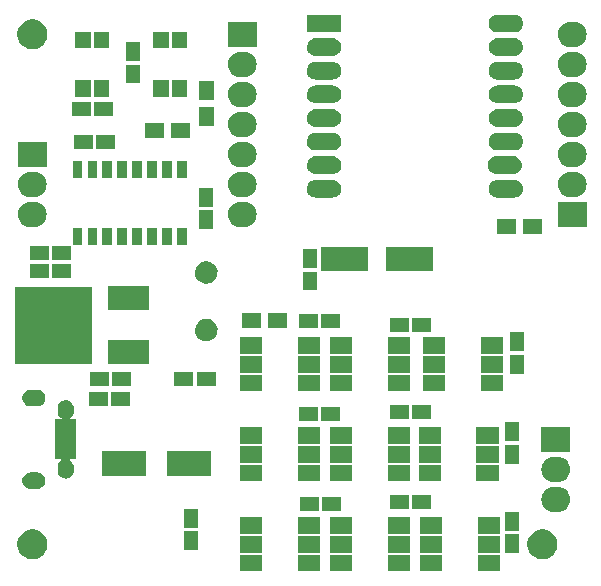
<source format=gbr>
G04 #@! TF.FileFunction,Soldermask,Top*
%FSLAX46Y46*%
G04 Gerber Fmt 4.6, Leading zero omitted, Abs format (unit mm)*
G04 Created by KiCad (PCBNEW 4.0.2-4+6225~38~ubuntu15.10.1-stable) date Mit 23 Mär 2016 00:56:00 CET*
%MOMM*%
G01*
G04 APERTURE LIST*
%ADD10C,0.100000*%
G04 APERTURE END LIST*
D10*
G36*
X240435000Y-103900000D02*
X238535000Y-103900000D01*
X238535000Y-102500000D01*
X240435000Y-102500000D01*
X240435000Y-103900000D01*
X240435000Y-103900000D01*
G37*
G36*
X255675000Y-103900000D02*
X253775000Y-103900000D01*
X253775000Y-102500000D01*
X255675000Y-102500000D01*
X255675000Y-103900000D01*
X255675000Y-103900000D01*
G37*
G36*
X260575000Y-103900000D02*
X258675000Y-103900000D01*
X258675000Y-102500000D01*
X260575000Y-102500000D01*
X260575000Y-103900000D01*
X260575000Y-103900000D01*
G37*
G36*
X252955000Y-103900000D02*
X251055000Y-103900000D01*
X251055000Y-102500000D01*
X252955000Y-102500000D01*
X252955000Y-103900000D01*
X252955000Y-103900000D01*
G37*
G36*
X245335000Y-103900000D02*
X243435000Y-103900000D01*
X243435000Y-102500000D01*
X245335000Y-102500000D01*
X245335000Y-103900000D01*
X245335000Y-103900000D01*
G37*
G36*
X248055000Y-103900000D02*
X246155000Y-103900000D01*
X246155000Y-102500000D01*
X248055000Y-102500000D01*
X248055000Y-103900000D01*
X248055000Y-103900000D01*
G37*
G36*
X221113394Y-100330845D02*
X221357366Y-100380924D01*
X221586966Y-100477439D01*
X221793448Y-100616713D01*
X221968943Y-100793438D01*
X222106770Y-101000883D01*
X222201681Y-101231155D01*
X222249995Y-101475159D01*
X222249995Y-101475171D01*
X222250054Y-101475470D01*
X222246082Y-101759943D01*
X222246014Y-101760242D01*
X222246014Y-101760252D01*
X222190906Y-102002814D01*
X222089604Y-102230342D01*
X221946038Y-102433859D01*
X221765675Y-102605617D01*
X221555387Y-102739070D01*
X221323182Y-102829137D01*
X221077901Y-102872386D01*
X220828900Y-102867170D01*
X220585649Y-102813688D01*
X220357419Y-102713976D01*
X220152907Y-102571837D01*
X219979890Y-102392673D01*
X219844975Y-102183327D01*
X219753289Y-101951753D01*
X219708329Y-101706786D01*
X219711806Y-101457750D01*
X219763589Y-101214132D01*
X219861705Y-100985209D01*
X220002415Y-100779708D01*
X220180361Y-100605450D01*
X220388767Y-100469073D01*
X220619688Y-100375776D01*
X220864341Y-100329105D01*
X221113394Y-100330845D01*
X221113394Y-100330845D01*
G37*
G36*
X264293394Y-100330845D02*
X264537366Y-100380924D01*
X264766966Y-100477439D01*
X264973448Y-100616713D01*
X265148943Y-100793438D01*
X265286770Y-101000883D01*
X265381681Y-101231155D01*
X265429995Y-101475159D01*
X265429995Y-101475171D01*
X265430054Y-101475470D01*
X265426082Y-101759943D01*
X265426014Y-101760242D01*
X265426014Y-101760252D01*
X265370906Y-102002814D01*
X265269604Y-102230342D01*
X265126038Y-102433859D01*
X264945675Y-102605617D01*
X264735387Y-102739070D01*
X264503182Y-102829137D01*
X264257901Y-102872386D01*
X264008900Y-102867170D01*
X263765649Y-102813688D01*
X263537419Y-102713976D01*
X263332907Y-102571837D01*
X263159890Y-102392673D01*
X263024975Y-102183327D01*
X262933289Y-101951753D01*
X262888329Y-101706786D01*
X262891806Y-101457750D01*
X262943589Y-101214132D01*
X263041705Y-100985209D01*
X263182415Y-100779708D01*
X263360361Y-100605450D01*
X263568767Y-100469073D01*
X263799688Y-100375776D01*
X264044341Y-100329105D01*
X264293394Y-100330845D01*
X264293394Y-100330845D01*
G37*
G36*
X262195000Y-102334000D02*
X261045000Y-102334000D01*
X261045000Y-100734000D01*
X262195000Y-100734000D01*
X262195000Y-102334000D01*
X262195000Y-102334000D01*
G37*
G36*
X245335000Y-102300000D02*
X243435000Y-102300000D01*
X243435000Y-100900000D01*
X245335000Y-100900000D01*
X245335000Y-102300000D01*
X245335000Y-102300000D01*
G37*
G36*
X248055000Y-102300000D02*
X246155000Y-102300000D01*
X246155000Y-100900000D01*
X248055000Y-100900000D01*
X248055000Y-102300000D01*
X248055000Y-102300000D01*
G37*
G36*
X240435000Y-102300000D02*
X238535000Y-102300000D01*
X238535000Y-100900000D01*
X240435000Y-100900000D01*
X240435000Y-102300000D01*
X240435000Y-102300000D01*
G37*
G36*
X252955000Y-102300000D02*
X251055000Y-102300000D01*
X251055000Y-100900000D01*
X252955000Y-100900000D01*
X252955000Y-102300000D01*
X252955000Y-102300000D01*
G37*
G36*
X255675000Y-102300000D02*
X253775000Y-102300000D01*
X253775000Y-100900000D01*
X255675000Y-100900000D01*
X255675000Y-102300000D01*
X255675000Y-102300000D01*
G37*
G36*
X260575000Y-102300000D02*
X258675000Y-102300000D01*
X258675000Y-100900000D01*
X260575000Y-100900000D01*
X260575000Y-102300000D01*
X260575000Y-102300000D01*
G37*
G36*
X235017000Y-102080000D02*
X233867000Y-102080000D01*
X233867000Y-100480000D01*
X235017000Y-100480000D01*
X235017000Y-102080000D01*
X235017000Y-102080000D01*
G37*
G36*
X255675000Y-100700000D02*
X253775000Y-100700000D01*
X253775000Y-99300000D01*
X255675000Y-99300000D01*
X255675000Y-100700000D01*
X255675000Y-100700000D01*
G37*
G36*
X240435000Y-100700000D02*
X238535000Y-100700000D01*
X238535000Y-99300000D01*
X240435000Y-99300000D01*
X240435000Y-100700000D01*
X240435000Y-100700000D01*
G37*
G36*
X245335000Y-100700000D02*
X243435000Y-100700000D01*
X243435000Y-99300000D01*
X245335000Y-99300000D01*
X245335000Y-100700000D01*
X245335000Y-100700000D01*
G37*
G36*
X248055000Y-100700000D02*
X246155000Y-100700000D01*
X246155000Y-99300000D01*
X248055000Y-99300000D01*
X248055000Y-100700000D01*
X248055000Y-100700000D01*
G37*
G36*
X260575000Y-100700000D02*
X258675000Y-100700000D01*
X258675000Y-99300000D01*
X260575000Y-99300000D01*
X260575000Y-100700000D01*
X260575000Y-100700000D01*
G37*
G36*
X252955000Y-100700000D02*
X251055000Y-100700000D01*
X251055000Y-99300000D01*
X252955000Y-99300000D01*
X252955000Y-100700000D01*
X252955000Y-100700000D01*
G37*
G36*
X262195000Y-100434000D02*
X261045000Y-100434000D01*
X261045000Y-98834000D01*
X262195000Y-98834000D01*
X262195000Y-100434000D01*
X262195000Y-100434000D01*
G37*
G36*
X235017000Y-100180000D02*
X233867000Y-100180000D01*
X233867000Y-98580000D01*
X235017000Y-98580000D01*
X235017000Y-100180000D01*
X235017000Y-100180000D01*
G37*
G36*
X265474331Y-96726491D02*
X265474335Y-96726491D01*
X265476134Y-96726504D01*
X265682419Y-96749642D01*
X265880281Y-96812408D01*
X266062183Y-96912409D01*
X266221197Y-97045838D01*
X266351267Y-97207612D01*
X266447437Y-97391568D01*
X266506045Y-97590701D01*
X266506048Y-97590737D01*
X266506050Y-97590743D01*
X266524860Y-97797427D01*
X266503167Y-98003822D01*
X266503163Y-98003834D01*
X266503160Y-98003866D01*
X266441778Y-98202162D01*
X266343048Y-98384758D01*
X266210733Y-98544699D01*
X266049871Y-98675895D01*
X265866590Y-98773347D01*
X265667872Y-98833344D01*
X265461284Y-98853600D01*
X265144668Y-98853600D01*
X265131669Y-98853509D01*
X265131665Y-98853509D01*
X265129866Y-98853496D01*
X264923581Y-98830358D01*
X264725719Y-98767592D01*
X264543817Y-98667591D01*
X264384803Y-98534162D01*
X264254733Y-98372388D01*
X264158563Y-98188432D01*
X264099955Y-97989299D01*
X264099952Y-97989263D01*
X264099950Y-97989257D01*
X264081140Y-97782573D01*
X264102833Y-97576178D01*
X264102837Y-97576166D01*
X264102840Y-97576134D01*
X264164222Y-97377838D01*
X264262952Y-97195242D01*
X264395267Y-97035301D01*
X264556129Y-96904105D01*
X264739410Y-96806653D01*
X264938128Y-96746656D01*
X265144716Y-96726400D01*
X265461332Y-96726400D01*
X265474331Y-96726491D01*
X265474331Y-96726491D01*
G37*
G36*
X247114000Y-98746000D02*
X245514000Y-98746000D01*
X245514000Y-97596000D01*
X247114000Y-97596000D01*
X247114000Y-98746000D01*
X247114000Y-98746000D01*
G37*
G36*
X245214000Y-98746000D02*
X243614000Y-98746000D01*
X243614000Y-97596000D01*
X245214000Y-97596000D01*
X245214000Y-98746000D01*
X245214000Y-98746000D01*
G37*
G36*
X254734000Y-98619000D02*
X253134000Y-98619000D01*
X253134000Y-97469000D01*
X254734000Y-97469000D01*
X254734000Y-98619000D01*
X254734000Y-98619000D01*
G37*
G36*
X252834000Y-98619000D02*
X251234000Y-98619000D01*
X251234000Y-97469000D01*
X252834000Y-97469000D01*
X252834000Y-98619000D01*
X252834000Y-98619000D01*
G37*
G36*
X221395152Y-95509120D02*
X221402032Y-95509168D01*
X221537796Y-95524397D01*
X221668017Y-95565705D01*
X221787735Y-95631521D01*
X221892389Y-95719336D01*
X221977993Y-95825806D01*
X222041287Y-95946875D01*
X222079859Y-96077933D01*
X222079861Y-96077958D01*
X222079865Y-96077971D01*
X222092243Y-96213988D01*
X222077968Y-96349810D01*
X222077965Y-96349821D01*
X222077961Y-96349855D01*
X222037562Y-96480361D01*
X221972584Y-96600535D01*
X221885502Y-96705800D01*
X221779632Y-96792145D01*
X221659007Y-96856282D01*
X221528222Y-96895769D01*
X221392258Y-96909100D01*
X220832777Y-96909100D01*
X220829928Y-96909080D01*
X220823048Y-96909032D01*
X220687284Y-96893803D01*
X220557063Y-96852495D01*
X220437345Y-96786679D01*
X220332691Y-96698864D01*
X220247087Y-96592394D01*
X220183793Y-96471325D01*
X220145221Y-96340267D01*
X220145219Y-96340242D01*
X220145215Y-96340229D01*
X220132837Y-96204212D01*
X220147112Y-96068390D01*
X220147115Y-96068379D01*
X220147119Y-96068345D01*
X220187518Y-95937839D01*
X220252496Y-95817665D01*
X220339578Y-95712400D01*
X220445448Y-95626055D01*
X220566073Y-95561918D01*
X220696858Y-95522431D01*
X220832822Y-95509100D01*
X221392303Y-95509100D01*
X221395152Y-95509120D01*
X221395152Y-95509120D01*
G37*
G36*
X265474331Y-94186491D02*
X265474335Y-94186491D01*
X265476134Y-94186504D01*
X265682419Y-94209642D01*
X265880281Y-94272408D01*
X266062183Y-94372409D01*
X266221197Y-94505838D01*
X266351267Y-94667612D01*
X266447437Y-94851568D01*
X266506045Y-95050701D01*
X266506048Y-95050737D01*
X266506050Y-95050743D01*
X266524860Y-95257427D01*
X266503167Y-95463822D01*
X266503163Y-95463834D01*
X266503160Y-95463866D01*
X266441778Y-95662162D01*
X266343048Y-95844758D01*
X266210733Y-96004699D01*
X266049871Y-96135895D01*
X265866590Y-96233347D01*
X265667872Y-96293344D01*
X265461284Y-96313600D01*
X265144668Y-96313600D01*
X265131669Y-96313509D01*
X265131665Y-96313509D01*
X265129866Y-96313496D01*
X264923581Y-96290358D01*
X264725719Y-96227592D01*
X264543817Y-96127591D01*
X264384803Y-95994162D01*
X264254733Y-95832388D01*
X264158563Y-95648432D01*
X264099955Y-95449299D01*
X264099952Y-95449263D01*
X264099950Y-95449257D01*
X264081140Y-95242573D01*
X264102833Y-95036178D01*
X264102837Y-95036166D01*
X264102840Y-95036134D01*
X264164222Y-94837838D01*
X264262952Y-94655242D01*
X264395267Y-94495301D01*
X264556129Y-94364105D01*
X264739410Y-94266653D01*
X264938128Y-94206656D01*
X265144716Y-94186400D01*
X265461332Y-94186400D01*
X265474331Y-94186491D01*
X265474331Y-94186491D01*
G37*
G36*
X252955000Y-96280000D02*
X251055000Y-96280000D01*
X251055000Y-94880000D01*
X252955000Y-94880000D01*
X252955000Y-96280000D01*
X252955000Y-96280000D01*
G37*
G36*
X240435000Y-96280000D02*
X238535000Y-96280000D01*
X238535000Y-94880000D01*
X240435000Y-94880000D01*
X240435000Y-96280000D01*
X240435000Y-96280000D01*
G37*
G36*
X248055000Y-96280000D02*
X246155000Y-96280000D01*
X246155000Y-94880000D01*
X248055000Y-94880000D01*
X248055000Y-96280000D01*
X248055000Y-96280000D01*
G37*
G36*
X260485000Y-96280000D02*
X258585000Y-96280000D01*
X258585000Y-94880000D01*
X260485000Y-94880000D01*
X260485000Y-96280000D01*
X260485000Y-96280000D01*
G37*
G36*
X255585000Y-96280000D02*
X253685000Y-96280000D01*
X253685000Y-94880000D01*
X255585000Y-94880000D01*
X255585000Y-96280000D01*
X255585000Y-96280000D01*
G37*
G36*
X245335000Y-96280000D02*
X243435000Y-96280000D01*
X243435000Y-94880000D01*
X245335000Y-94880000D01*
X245335000Y-96280000D01*
X245335000Y-96280000D01*
G37*
G36*
X223948228Y-89393890D02*
X223948232Y-89393891D01*
X223948268Y-89393895D01*
X224074113Y-89432850D01*
X224189995Y-89495508D01*
X224291500Y-89579480D01*
X224374762Y-89681569D01*
X224436609Y-89797885D01*
X224474685Y-89924000D01*
X224487540Y-90055108D01*
X224487540Y-90363092D01*
X224487474Y-90372516D01*
X224472790Y-90503432D01*
X224432956Y-90629003D01*
X224369492Y-90744445D01*
X224284813Y-90845361D01*
X224182145Y-90927908D01*
X224181939Y-90928016D01*
X224179461Y-90930008D01*
X224170913Y-90939139D01*
X224165247Y-90950290D01*
X224162912Y-90962578D01*
X224164093Y-90975031D01*
X224168696Y-90986661D01*
X224176357Y-90996548D01*
X224186469Y-91003909D01*
X224198232Y-91008162D01*
X224207314Y-91009100D01*
X224687540Y-91009100D01*
X224687540Y-94409100D01*
X224205803Y-94409100D01*
X224193420Y-94410860D01*
X224182017Y-94416000D01*
X224172497Y-94424113D01*
X224165615Y-94434558D01*
X224161915Y-94446506D01*
X224161690Y-94459011D01*
X224164958Y-94471085D01*
X224171460Y-94481770D01*
X224184568Y-94492574D01*
X224189995Y-94495508D01*
X224291500Y-94579480D01*
X224374762Y-94681569D01*
X224436609Y-94797885D01*
X224474685Y-94924000D01*
X224487540Y-95055108D01*
X224487540Y-95363092D01*
X224487474Y-95372516D01*
X224472790Y-95503432D01*
X224432956Y-95629003D01*
X224369492Y-95744445D01*
X224284813Y-95845361D01*
X224182145Y-95927908D01*
X224065399Y-95988941D01*
X223939022Y-96026136D01*
X223938997Y-96026138D01*
X223938984Y-96026142D01*
X223807832Y-96038077D01*
X223676852Y-96024310D01*
X223676848Y-96024309D01*
X223676812Y-96024305D01*
X223550967Y-95985350D01*
X223435085Y-95922692D01*
X223333580Y-95838720D01*
X223250318Y-95736631D01*
X223188471Y-95620315D01*
X223150395Y-95494200D01*
X223137540Y-95363092D01*
X223137540Y-95055060D01*
X223137593Y-95047487D01*
X223137593Y-95047483D01*
X223137606Y-95045684D01*
X223152290Y-94914768D01*
X223192124Y-94789197D01*
X223255588Y-94673755D01*
X223340267Y-94572839D01*
X223442935Y-94490292D01*
X223443141Y-94490184D01*
X223445619Y-94488192D01*
X223454167Y-94479061D01*
X223459833Y-94467910D01*
X223462168Y-94455622D01*
X223460987Y-94443169D01*
X223456384Y-94431539D01*
X223448723Y-94421652D01*
X223438611Y-94414291D01*
X223426848Y-94410038D01*
X223417766Y-94409100D01*
X222937540Y-94409100D01*
X222937540Y-91009100D01*
X223419277Y-91009100D01*
X223431660Y-91007340D01*
X223443063Y-91002200D01*
X223452583Y-90994087D01*
X223459465Y-90983642D01*
X223463165Y-90971694D01*
X223463390Y-90959189D01*
X223460122Y-90947115D01*
X223453620Y-90936430D01*
X223440512Y-90925626D01*
X223435085Y-90922692D01*
X223333580Y-90838720D01*
X223250318Y-90736631D01*
X223188471Y-90620315D01*
X223150395Y-90494200D01*
X223137540Y-90363092D01*
X223137540Y-90055108D01*
X223137606Y-90045684D01*
X223152290Y-89914768D01*
X223192124Y-89789197D01*
X223255588Y-89673755D01*
X223340267Y-89572839D01*
X223442935Y-89490292D01*
X223559681Y-89429259D01*
X223686058Y-89392064D01*
X223686083Y-89392062D01*
X223686096Y-89392058D01*
X223817248Y-89380123D01*
X223948228Y-89393890D01*
X223948228Y-89393890D01*
G37*
G36*
X236121550Y-95791630D02*
X232422090Y-95791630D01*
X232422090Y-93692370D01*
X236121550Y-93692370D01*
X236121550Y-95791630D01*
X236121550Y-95791630D01*
G37*
G36*
X230619910Y-95791630D02*
X226920450Y-95791630D01*
X226920450Y-93692370D01*
X230619910Y-93692370D01*
X230619910Y-95791630D01*
X230619910Y-95791630D01*
G37*
G36*
X262195000Y-94780000D02*
X261045000Y-94780000D01*
X261045000Y-93180000D01*
X262195000Y-93180000D01*
X262195000Y-94780000D01*
X262195000Y-94780000D01*
G37*
G36*
X252955000Y-94680000D02*
X251055000Y-94680000D01*
X251055000Y-93280000D01*
X252955000Y-93280000D01*
X252955000Y-94680000D01*
X252955000Y-94680000D01*
G37*
G36*
X248055000Y-94680000D02*
X246155000Y-94680000D01*
X246155000Y-93280000D01*
X248055000Y-93280000D01*
X248055000Y-94680000D01*
X248055000Y-94680000D01*
G37*
G36*
X260485000Y-94680000D02*
X258585000Y-94680000D01*
X258585000Y-93280000D01*
X260485000Y-93280000D01*
X260485000Y-94680000D01*
X260485000Y-94680000D01*
G37*
G36*
X255585000Y-94680000D02*
X253685000Y-94680000D01*
X253685000Y-93280000D01*
X255585000Y-93280000D01*
X255585000Y-94680000D01*
X255585000Y-94680000D01*
G37*
G36*
X245335000Y-94680000D02*
X243435000Y-94680000D01*
X243435000Y-93280000D01*
X245335000Y-93280000D01*
X245335000Y-94680000D01*
X245335000Y-94680000D01*
G37*
G36*
X240435000Y-94680000D02*
X238535000Y-94680000D01*
X238535000Y-93280000D01*
X240435000Y-93280000D01*
X240435000Y-94680000D01*
X240435000Y-94680000D01*
G37*
G36*
X266519000Y-93773600D02*
X264087000Y-93773600D01*
X264087000Y-91646400D01*
X266519000Y-91646400D01*
X266519000Y-93773600D01*
X266519000Y-93773600D01*
G37*
G36*
X255585000Y-93080000D02*
X253685000Y-93080000D01*
X253685000Y-91680000D01*
X255585000Y-91680000D01*
X255585000Y-93080000D01*
X255585000Y-93080000D01*
G37*
G36*
X245335000Y-93080000D02*
X243435000Y-93080000D01*
X243435000Y-91680000D01*
X245335000Y-91680000D01*
X245335000Y-93080000D01*
X245335000Y-93080000D01*
G37*
G36*
X252955000Y-93080000D02*
X251055000Y-93080000D01*
X251055000Y-91680000D01*
X252955000Y-91680000D01*
X252955000Y-93080000D01*
X252955000Y-93080000D01*
G37*
G36*
X260485000Y-93080000D02*
X258585000Y-93080000D01*
X258585000Y-91680000D01*
X260485000Y-91680000D01*
X260485000Y-93080000D01*
X260485000Y-93080000D01*
G37*
G36*
X248055000Y-93080000D02*
X246155000Y-93080000D01*
X246155000Y-91680000D01*
X248055000Y-91680000D01*
X248055000Y-93080000D01*
X248055000Y-93080000D01*
G37*
G36*
X240435000Y-93080000D02*
X238535000Y-93080000D01*
X238535000Y-91680000D01*
X240435000Y-91680000D01*
X240435000Y-93080000D01*
X240435000Y-93080000D01*
G37*
G36*
X262195000Y-92880000D02*
X261045000Y-92880000D01*
X261045000Y-91280000D01*
X262195000Y-91280000D01*
X262195000Y-92880000D01*
X262195000Y-92880000D01*
G37*
G36*
X247053000Y-91126000D02*
X245453000Y-91126000D01*
X245453000Y-89976000D01*
X247053000Y-89976000D01*
X247053000Y-91126000D01*
X247053000Y-91126000D01*
G37*
G36*
X245153000Y-91126000D02*
X243553000Y-91126000D01*
X243553000Y-89976000D01*
X245153000Y-89976000D01*
X245153000Y-91126000D01*
X245153000Y-91126000D01*
G37*
G36*
X254734000Y-90999000D02*
X253134000Y-90999000D01*
X253134000Y-89849000D01*
X254734000Y-89849000D01*
X254734000Y-90999000D01*
X254734000Y-90999000D01*
G37*
G36*
X252834000Y-90999000D02*
X251234000Y-90999000D01*
X251234000Y-89849000D01*
X252834000Y-89849000D01*
X252834000Y-90999000D01*
X252834000Y-90999000D01*
G37*
G36*
X221395152Y-88509120D02*
X221402032Y-88509168D01*
X221537796Y-88524397D01*
X221668017Y-88565705D01*
X221787735Y-88631521D01*
X221892389Y-88719336D01*
X221977993Y-88825806D01*
X222041287Y-88946875D01*
X222079859Y-89077933D01*
X222079861Y-89077958D01*
X222079865Y-89077971D01*
X222092243Y-89213988D01*
X222077968Y-89349810D01*
X222077965Y-89349821D01*
X222077961Y-89349855D01*
X222037562Y-89480361D01*
X221972584Y-89600535D01*
X221885502Y-89705800D01*
X221779632Y-89792145D01*
X221659007Y-89856282D01*
X221528222Y-89895769D01*
X221392258Y-89909100D01*
X220832777Y-89909100D01*
X220829928Y-89909080D01*
X220823048Y-89909032D01*
X220687284Y-89893803D01*
X220557063Y-89852495D01*
X220437345Y-89786679D01*
X220332691Y-89698864D01*
X220247087Y-89592394D01*
X220183793Y-89471325D01*
X220145221Y-89340267D01*
X220145219Y-89340242D01*
X220145215Y-89340229D01*
X220132837Y-89204212D01*
X220147112Y-89068390D01*
X220147115Y-89068379D01*
X220147119Y-89068345D01*
X220187518Y-88937839D01*
X220252496Y-88817665D01*
X220339578Y-88712400D01*
X220445448Y-88626055D01*
X220566073Y-88561918D01*
X220696858Y-88522431D01*
X220832822Y-88509100D01*
X221392303Y-88509100D01*
X221395152Y-88509120D01*
X221395152Y-88509120D01*
G37*
G36*
X227373000Y-89856000D02*
X225773000Y-89856000D01*
X225773000Y-88706000D01*
X227373000Y-88706000D01*
X227373000Y-89856000D01*
X227373000Y-89856000D01*
G37*
G36*
X229273000Y-89856000D02*
X227673000Y-89856000D01*
X227673000Y-88706000D01*
X229273000Y-88706000D01*
X229273000Y-89856000D01*
X229273000Y-89856000D01*
G37*
G36*
X260829000Y-88660000D02*
X258929000Y-88660000D01*
X258929000Y-87260000D01*
X260829000Y-87260000D01*
X260829000Y-88660000D01*
X260829000Y-88660000D01*
G37*
G36*
X255929000Y-88660000D02*
X254029000Y-88660000D01*
X254029000Y-87260000D01*
X255929000Y-87260000D01*
X255929000Y-88660000D01*
X255929000Y-88660000D01*
G37*
G36*
X252955000Y-88660000D02*
X251055000Y-88660000D01*
X251055000Y-87260000D01*
X252955000Y-87260000D01*
X252955000Y-88660000D01*
X252955000Y-88660000D01*
G37*
G36*
X245335000Y-88660000D02*
X243435000Y-88660000D01*
X243435000Y-87260000D01*
X245335000Y-87260000D01*
X245335000Y-88660000D01*
X245335000Y-88660000D01*
G37*
G36*
X240435000Y-88660000D02*
X238535000Y-88660000D01*
X238535000Y-87260000D01*
X240435000Y-87260000D01*
X240435000Y-88660000D01*
X240435000Y-88660000D01*
G37*
G36*
X248055000Y-88660000D02*
X246155000Y-88660000D01*
X246155000Y-87260000D01*
X248055000Y-87260000D01*
X248055000Y-88660000D01*
X248055000Y-88660000D01*
G37*
G36*
X227434000Y-88205000D02*
X225834000Y-88205000D01*
X225834000Y-87055000D01*
X227434000Y-87055000D01*
X227434000Y-88205000D01*
X227434000Y-88205000D01*
G37*
G36*
X229334000Y-88205000D02*
X227734000Y-88205000D01*
X227734000Y-87055000D01*
X229334000Y-87055000D01*
X229334000Y-88205000D01*
X229334000Y-88205000D01*
G37*
G36*
X234612000Y-88205000D02*
X233012000Y-88205000D01*
X233012000Y-87055000D01*
X234612000Y-87055000D01*
X234612000Y-88205000D01*
X234612000Y-88205000D01*
G37*
G36*
X236512000Y-88205000D02*
X234912000Y-88205000D01*
X234912000Y-87055000D01*
X236512000Y-87055000D01*
X236512000Y-88205000D01*
X236512000Y-88205000D01*
G37*
G36*
X262576000Y-87160000D02*
X261426000Y-87160000D01*
X261426000Y-85560000D01*
X262576000Y-85560000D01*
X262576000Y-87160000D01*
X262576000Y-87160000D01*
G37*
G36*
X248055000Y-87060000D02*
X246155000Y-87060000D01*
X246155000Y-85660000D01*
X248055000Y-85660000D01*
X248055000Y-87060000D01*
X248055000Y-87060000D01*
G37*
G36*
X240435000Y-87060000D02*
X238535000Y-87060000D01*
X238535000Y-85660000D01*
X240435000Y-85660000D01*
X240435000Y-87060000D01*
X240435000Y-87060000D01*
G37*
G36*
X252955000Y-87060000D02*
X251055000Y-87060000D01*
X251055000Y-85660000D01*
X252955000Y-85660000D01*
X252955000Y-87060000D01*
X252955000Y-87060000D01*
G37*
G36*
X255929000Y-87060000D02*
X254029000Y-87060000D01*
X254029000Y-85660000D01*
X255929000Y-85660000D01*
X255929000Y-87060000D01*
X255929000Y-87060000D01*
G37*
G36*
X260829000Y-87060000D02*
X258929000Y-87060000D01*
X258929000Y-85660000D01*
X260829000Y-85660000D01*
X260829000Y-87060000D01*
X260829000Y-87060000D01*
G37*
G36*
X245335000Y-87060000D02*
X243435000Y-87060000D01*
X243435000Y-85660000D01*
X245335000Y-85660000D01*
X245335000Y-87060000D01*
X245335000Y-87060000D01*
G37*
G36*
X230832000Y-86369500D02*
X227384000Y-86369500D01*
X227384000Y-84318500D01*
X230832000Y-84318500D01*
X230832000Y-86369500D01*
X230832000Y-86369500D01*
G37*
G36*
X226006000Y-86306000D02*
X219510000Y-86306000D01*
X219510000Y-79810000D01*
X226006000Y-79810000D01*
X226006000Y-86306000D01*
X226006000Y-86306000D01*
G37*
G36*
X260829000Y-85460000D02*
X258929000Y-85460000D01*
X258929000Y-84060000D01*
X260829000Y-84060000D01*
X260829000Y-85460000D01*
X260829000Y-85460000D01*
G37*
G36*
X255929000Y-85460000D02*
X254029000Y-85460000D01*
X254029000Y-84060000D01*
X255929000Y-84060000D01*
X255929000Y-85460000D01*
X255929000Y-85460000D01*
G37*
G36*
X240435000Y-85460000D02*
X238535000Y-85460000D01*
X238535000Y-84060000D01*
X240435000Y-84060000D01*
X240435000Y-85460000D01*
X240435000Y-85460000D01*
G37*
G36*
X245335000Y-85460000D02*
X243435000Y-85460000D01*
X243435000Y-84060000D01*
X245335000Y-84060000D01*
X245335000Y-85460000D01*
X245335000Y-85460000D01*
G37*
G36*
X252955000Y-85460000D02*
X251055000Y-85460000D01*
X251055000Y-84060000D01*
X252955000Y-84060000D01*
X252955000Y-85460000D01*
X252955000Y-85460000D01*
G37*
G36*
X248055000Y-85460000D02*
X246155000Y-85460000D01*
X246155000Y-84060000D01*
X248055000Y-84060000D01*
X248055000Y-85460000D01*
X248055000Y-85460000D01*
G37*
G36*
X262576000Y-85260000D02*
X261426000Y-85260000D01*
X261426000Y-83660000D01*
X262576000Y-83660000D01*
X262576000Y-85260000D01*
X262576000Y-85260000D01*
G37*
G36*
X235811843Y-82517002D02*
X235994451Y-82554485D01*
X236166302Y-82626725D01*
X236320850Y-82730970D01*
X236452205Y-82863245D01*
X236555365Y-83018512D01*
X236626405Y-83190867D01*
X236662551Y-83373420D01*
X236662551Y-83373433D01*
X236662610Y-83373732D01*
X236659637Y-83586654D01*
X236659569Y-83586953D01*
X236659569Y-83586963D01*
X236618339Y-83768439D01*
X236542518Y-83938737D01*
X236435058Y-84091069D01*
X236300062Y-84219625D01*
X236142666Y-84319512D01*
X235968865Y-84386925D01*
X235785276Y-84419296D01*
X235598905Y-84415392D01*
X235416836Y-84375362D01*
X235246010Y-84300729D01*
X235092938Y-84194342D01*
X234963437Y-84060240D01*
X234862456Y-83903549D01*
X234793831Y-83730221D01*
X234760180Y-83546867D01*
X234762782Y-83360469D01*
X234801541Y-83178125D01*
X234874979Y-83006780D01*
X234980297Y-82852967D01*
X235113486Y-82722539D01*
X235269474Y-82620464D01*
X235442312Y-82550632D01*
X235625431Y-82515700D01*
X235811843Y-82517002D01*
X235811843Y-82517002D01*
G37*
G36*
X252834000Y-83633000D02*
X251234000Y-83633000D01*
X251234000Y-82483000D01*
X252834000Y-82483000D01*
X252834000Y-83633000D01*
X252834000Y-83633000D01*
G37*
G36*
X254734000Y-83633000D02*
X253134000Y-83633000D01*
X253134000Y-82483000D01*
X254734000Y-82483000D01*
X254734000Y-83633000D01*
X254734000Y-83633000D01*
G37*
G36*
X240365000Y-83327000D02*
X238765000Y-83327000D01*
X238765000Y-82027000D01*
X240365000Y-82027000D01*
X240365000Y-83327000D01*
X240365000Y-83327000D01*
G37*
G36*
X242565000Y-83327000D02*
X240965000Y-83327000D01*
X240965000Y-82027000D01*
X242565000Y-82027000D01*
X242565000Y-83327000D01*
X242565000Y-83327000D01*
G37*
G36*
X247048000Y-83252000D02*
X245448000Y-83252000D01*
X245448000Y-82102000D01*
X247048000Y-82102000D01*
X247048000Y-83252000D01*
X247048000Y-83252000D01*
G37*
G36*
X245148000Y-83252000D02*
X243548000Y-83252000D01*
X243548000Y-82102000D01*
X245148000Y-82102000D01*
X245148000Y-83252000D01*
X245148000Y-83252000D01*
G37*
G36*
X230832000Y-81797500D02*
X227384000Y-81797500D01*
X227384000Y-79746500D01*
X230832000Y-79746500D01*
X230832000Y-81797500D01*
X230832000Y-81797500D01*
G37*
G36*
X245050000Y-80109000D02*
X243900000Y-80109000D01*
X243900000Y-78509000D01*
X245050000Y-78509000D01*
X245050000Y-80109000D01*
X245050000Y-80109000D01*
G37*
G36*
X235811843Y-77635122D02*
X235994451Y-77672605D01*
X236166302Y-77744845D01*
X236320850Y-77849090D01*
X236452205Y-77981365D01*
X236555365Y-78136632D01*
X236626405Y-78308987D01*
X236662551Y-78491540D01*
X236662551Y-78491553D01*
X236662610Y-78491852D01*
X236659637Y-78704774D01*
X236659569Y-78705073D01*
X236659569Y-78705083D01*
X236618339Y-78886559D01*
X236542518Y-79056857D01*
X236435058Y-79209189D01*
X236300062Y-79337745D01*
X236142666Y-79437632D01*
X235968865Y-79505045D01*
X235785276Y-79537416D01*
X235598905Y-79533512D01*
X235416836Y-79493482D01*
X235246010Y-79418849D01*
X235092938Y-79312462D01*
X234963437Y-79178360D01*
X234862456Y-79021669D01*
X234793831Y-78848341D01*
X234760180Y-78664987D01*
X234762782Y-78478589D01*
X234801541Y-78296245D01*
X234874979Y-78124900D01*
X234980297Y-77971087D01*
X235113486Y-77840659D01*
X235269474Y-77738584D01*
X235442312Y-77668752D01*
X235625431Y-77633820D01*
X235811843Y-77635122D01*
X235811843Y-77635122D01*
G37*
G36*
X222354000Y-79061000D02*
X220754000Y-79061000D01*
X220754000Y-77911000D01*
X222354000Y-77911000D01*
X222354000Y-79061000D01*
X222354000Y-79061000D01*
G37*
G36*
X224254000Y-79061000D02*
X222654000Y-79061000D01*
X222654000Y-77911000D01*
X224254000Y-77911000D01*
X224254000Y-79061000D01*
X224254000Y-79061000D01*
G37*
G36*
X249395590Y-78470100D02*
X245396410Y-78470100D01*
X245396410Y-76469900D01*
X249395590Y-76469900D01*
X249395590Y-78470100D01*
X249395590Y-78470100D01*
G37*
G36*
X254897230Y-78470100D02*
X250898050Y-78470100D01*
X250898050Y-76469900D01*
X254897230Y-76469900D01*
X254897230Y-78470100D01*
X254897230Y-78470100D01*
G37*
G36*
X245050000Y-78209000D02*
X243900000Y-78209000D01*
X243900000Y-76609000D01*
X245050000Y-76609000D01*
X245050000Y-78209000D01*
X245050000Y-78209000D01*
G37*
G36*
X224254000Y-77537000D02*
X222654000Y-77537000D01*
X222654000Y-76387000D01*
X224254000Y-76387000D01*
X224254000Y-77537000D01*
X224254000Y-77537000D01*
G37*
G36*
X222354000Y-77537000D02*
X220754000Y-77537000D01*
X220754000Y-76387000D01*
X222354000Y-76387000D01*
X222354000Y-77537000D01*
X222354000Y-77537000D01*
G37*
G36*
X225190000Y-76250000D02*
X224390000Y-76250000D01*
X224390000Y-74850000D01*
X225190000Y-74850000D01*
X225190000Y-76250000D01*
X225190000Y-76250000D01*
G37*
G36*
X226455000Y-76250000D02*
X225655000Y-76250000D01*
X225655000Y-74850000D01*
X226455000Y-74850000D01*
X226455000Y-76250000D01*
X226455000Y-76250000D01*
G37*
G36*
X232780000Y-76250000D02*
X231980000Y-76250000D01*
X231980000Y-74850000D01*
X232780000Y-74850000D01*
X232780000Y-76250000D01*
X232780000Y-76250000D01*
G37*
G36*
X227720000Y-76250000D02*
X226920000Y-76250000D01*
X226920000Y-74850000D01*
X227720000Y-74850000D01*
X227720000Y-76250000D01*
X227720000Y-76250000D01*
G37*
G36*
X234045000Y-76250000D02*
X233245000Y-76250000D01*
X233245000Y-74850000D01*
X234045000Y-74850000D01*
X234045000Y-76250000D01*
X234045000Y-76250000D01*
G37*
G36*
X230250000Y-76250000D02*
X229450000Y-76250000D01*
X229450000Y-74850000D01*
X230250000Y-74850000D01*
X230250000Y-76250000D01*
X230250000Y-76250000D01*
G37*
G36*
X231515000Y-76250000D02*
X230715000Y-76250000D01*
X230715000Y-74850000D01*
X231515000Y-74850000D01*
X231515000Y-76250000D01*
X231515000Y-76250000D01*
G37*
G36*
X228985000Y-76250000D02*
X228185000Y-76250000D01*
X228185000Y-74850000D01*
X228985000Y-74850000D01*
X228985000Y-76250000D01*
X228985000Y-76250000D01*
G37*
G36*
X264155000Y-75326000D02*
X262555000Y-75326000D01*
X262555000Y-74026000D01*
X264155000Y-74026000D01*
X264155000Y-75326000D01*
X264155000Y-75326000D01*
G37*
G36*
X261955000Y-75326000D02*
X260355000Y-75326000D01*
X260355000Y-74026000D01*
X261955000Y-74026000D01*
X261955000Y-75326000D01*
X261955000Y-75326000D01*
G37*
G36*
X236287000Y-74902000D02*
X235137000Y-74902000D01*
X235137000Y-73302000D01*
X236287000Y-73302000D01*
X236287000Y-74902000D01*
X236287000Y-74902000D01*
G37*
G36*
X238931331Y-72596491D02*
X238931335Y-72596491D01*
X238933134Y-72596504D01*
X239139419Y-72619642D01*
X239337281Y-72682408D01*
X239519183Y-72782409D01*
X239678197Y-72915838D01*
X239808267Y-73077612D01*
X239904437Y-73261568D01*
X239963045Y-73460701D01*
X239963048Y-73460737D01*
X239963050Y-73460743D01*
X239981860Y-73667427D01*
X239960167Y-73873822D01*
X239960163Y-73873834D01*
X239960160Y-73873866D01*
X239898778Y-74072162D01*
X239800048Y-74254758D01*
X239667733Y-74414699D01*
X239506871Y-74545895D01*
X239323590Y-74643347D01*
X239124872Y-74703344D01*
X238918284Y-74723600D01*
X238601668Y-74723600D01*
X238588669Y-74723509D01*
X238588665Y-74723509D01*
X238586866Y-74723496D01*
X238380581Y-74700358D01*
X238182719Y-74637592D01*
X238000817Y-74537591D01*
X237841803Y-74404162D01*
X237711733Y-74242388D01*
X237615563Y-74058432D01*
X237556955Y-73859299D01*
X237556952Y-73859263D01*
X237556950Y-73859257D01*
X237538140Y-73652573D01*
X237559833Y-73446178D01*
X237559837Y-73446166D01*
X237559840Y-73446134D01*
X237621222Y-73247838D01*
X237719952Y-73065242D01*
X237852267Y-72905301D01*
X238013129Y-72774105D01*
X238196410Y-72676653D01*
X238395128Y-72616656D01*
X238601716Y-72596400D01*
X238918332Y-72596400D01*
X238931331Y-72596491D01*
X238931331Y-72596491D01*
G37*
G36*
X221151331Y-72596491D02*
X221151335Y-72596491D01*
X221153134Y-72596504D01*
X221359419Y-72619642D01*
X221557281Y-72682408D01*
X221739183Y-72782409D01*
X221898197Y-72915838D01*
X222028267Y-73077612D01*
X222124437Y-73261568D01*
X222183045Y-73460701D01*
X222183048Y-73460737D01*
X222183050Y-73460743D01*
X222201860Y-73667427D01*
X222180167Y-73873822D01*
X222180163Y-73873834D01*
X222180160Y-73873866D01*
X222118778Y-74072162D01*
X222020048Y-74254758D01*
X221887733Y-74414699D01*
X221726871Y-74545895D01*
X221543590Y-74643347D01*
X221344872Y-74703344D01*
X221138284Y-74723600D01*
X220821668Y-74723600D01*
X220808669Y-74723509D01*
X220808665Y-74723509D01*
X220806866Y-74723496D01*
X220600581Y-74700358D01*
X220402719Y-74637592D01*
X220220817Y-74537591D01*
X220061803Y-74404162D01*
X219931733Y-74242388D01*
X219835563Y-74058432D01*
X219776955Y-73859299D01*
X219776952Y-73859263D01*
X219776950Y-73859257D01*
X219758140Y-73652573D01*
X219779833Y-73446178D01*
X219779837Y-73446166D01*
X219779840Y-73446134D01*
X219841222Y-73247838D01*
X219939952Y-73065242D01*
X220072267Y-72905301D01*
X220233129Y-72774105D01*
X220416410Y-72676653D01*
X220615128Y-72616656D01*
X220821716Y-72596400D01*
X221138332Y-72596400D01*
X221151331Y-72596491D01*
X221151331Y-72596491D01*
G37*
G36*
X267916000Y-74723600D02*
X265484000Y-74723600D01*
X265484000Y-72596400D01*
X267916000Y-72596400D01*
X267916000Y-74723600D01*
X267916000Y-74723600D01*
G37*
G36*
X236287000Y-73002000D02*
X235137000Y-73002000D01*
X235137000Y-71402000D01*
X236287000Y-71402000D01*
X236287000Y-73002000D01*
X236287000Y-73002000D01*
G37*
G36*
X261795684Y-70750060D02*
X261795688Y-70750060D01*
X261797488Y-70750073D01*
X261942950Y-70766389D01*
X262082472Y-70810648D01*
X262210741Y-70881165D01*
X262322871Y-70975252D01*
X262414589Y-71089328D01*
X262482404Y-71219045D01*
X262523731Y-71359464D01*
X262523733Y-71359489D01*
X262523737Y-71359502D01*
X262537000Y-71505232D01*
X262521703Y-71650768D01*
X262521700Y-71650777D01*
X262521697Y-71650808D01*
X262478413Y-71790637D01*
X262408794Y-71919395D01*
X262315492Y-72032178D01*
X262202060Y-72124691D01*
X262072819Y-72193410D01*
X261932692Y-72235716D01*
X261787016Y-72250000D01*
X260372934Y-72250000D01*
X260364316Y-72249940D01*
X260364312Y-72249940D01*
X260362512Y-72249927D01*
X260217050Y-72233611D01*
X260077528Y-72189352D01*
X259949259Y-72118835D01*
X259837129Y-72024748D01*
X259745411Y-71910672D01*
X259677596Y-71780955D01*
X259636269Y-71640536D01*
X259636267Y-71640511D01*
X259636263Y-71640498D01*
X259623000Y-71494768D01*
X259638297Y-71349232D01*
X259638300Y-71349223D01*
X259638303Y-71349192D01*
X259681587Y-71209363D01*
X259751206Y-71080605D01*
X259844508Y-70967822D01*
X259957940Y-70875309D01*
X260087181Y-70806590D01*
X260227308Y-70764284D01*
X260372984Y-70750000D01*
X261787066Y-70750000D01*
X261795684Y-70750060D01*
X261795684Y-70750060D01*
G37*
G36*
X246395684Y-70750060D02*
X246395688Y-70750060D01*
X246397488Y-70750073D01*
X246542950Y-70766389D01*
X246682472Y-70810648D01*
X246810741Y-70881165D01*
X246922871Y-70975252D01*
X247014589Y-71089328D01*
X247082404Y-71219045D01*
X247123731Y-71359464D01*
X247123733Y-71359489D01*
X247123737Y-71359502D01*
X247137000Y-71505232D01*
X247121703Y-71650768D01*
X247121700Y-71650777D01*
X247121697Y-71650808D01*
X247078413Y-71790637D01*
X247008794Y-71919395D01*
X246915492Y-72032178D01*
X246802060Y-72124691D01*
X246672819Y-72193410D01*
X246532692Y-72235716D01*
X246387016Y-72250000D01*
X244972934Y-72250000D01*
X244964316Y-72249940D01*
X244964312Y-72249940D01*
X244962512Y-72249927D01*
X244817050Y-72233611D01*
X244677528Y-72189352D01*
X244549259Y-72118835D01*
X244437129Y-72024748D01*
X244345411Y-71910672D01*
X244277596Y-71780955D01*
X244236269Y-71640536D01*
X244236267Y-71640511D01*
X244236263Y-71640498D01*
X244223000Y-71494768D01*
X244238297Y-71349232D01*
X244238300Y-71349223D01*
X244238303Y-71349192D01*
X244281587Y-71209363D01*
X244351206Y-71080605D01*
X244444508Y-70967822D01*
X244557940Y-70875309D01*
X244687181Y-70806590D01*
X244827308Y-70764284D01*
X244972984Y-70750000D01*
X246387066Y-70750000D01*
X246395684Y-70750060D01*
X246395684Y-70750060D01*
G37*
G36*
X238931331Y-70056491D02*
X238931335Y-70056491D01*
X238933134Y-70056504D01*
X239139419Y-70079642D01*
X239337281Y-70142408D01*
X239519183Y-70242409D01*
X239678197Y-70375838D01*
X239808267Y-70537612D01*
X239904437Y-70721568D01*
X239963045Y-70920701D01*
X239963048Y-70920737D01*
X239963050Y-70920743D01*
X239981860Y-71127427D01*
X239960167Y-71333822D01*
X239960163Y-71333834D01*
X239960160Y-71333866D01*
X239898778Y-71532162D01*
X239800048Y-71714758D01*
X239667733Y-71874699D01*
X239506871Y-72005895D01*
X239323590Y-72103347D01*
X239124872Y-72163344D01*
X238918284Y-72183600D01*
X238601668Y-72183600D01*
X238588669Y-72183509D01*
X238588665Y-72183509D01*
X238586866Y-72183496D01*
X238380581Y-72160358D01*
X238182719Y-72097592D01*
X238000817Y-71997591D01*
X237841803Y-71864162D01*
X237711733Y-71702388D01*
X237615563Y-71518432D01*
X237556955Y-71319299D01*
X237556952Y-71319263D01*
X237556950Y-71319257D01*
X237538140Y-71112573D01*
X237559833Y-70906178D01*
X237559837Y-70906166D01*
X237559840Y-70906134D01*
X237621222Y-70707838D01*
X237719952Y-70525242D01*
X237852267Y-70365301D01*
X238013129Y-70234105D01*
X238196410Y-70136653D01*
X238395128Y-70076656D01*
X238601716Y-70056400D01*
X238918332Y-70056400D01*
X238931331Y-70056491D01*
X238931331Y-70056491D01*
G37*
G36*
X221151331Y-70056491D02*
X221151335Y-70056491D01*
X221153134Y-70056504D01*
X221359419Y-70079642D01*
X221557281Y-70142408D01*
X221739183Y-70242409D01*
X221898197Y-70375838D01*
X222028267Y-70537612D01*
X222124437Y-70721568D01*
X222183045Y-70920701D01*
X222183048Y-70920737D01*
X222183050Y-70920743D01*
X222201860Y-71127427D01*
X222180167Y-71333822D01*
X222180163Y-71333834D01*
X222180160Y-71333866D01*
X222118778Y-71532162D01*
X222020048Y-71714758D01*
X221887733Y-71874699D01*
X221726871Y-72005895D01*
X221543590Y-72103347D01*
X221344872Y-72163344D01*
X221138284Y-72183600D01*
X220821668Y-72183600D01*
X220808669Y-72183509D01*
X220808665Y-72183509D01*
X220806866Y-72183496D01*
X220600581Y-72160358D01*
X220402719Y-72097592D01*
X220220817Y-71997591D01*
X220061803Y-71864162D01*
X219931733Y-71702388D01*
X219835563Y-71518432D01*
X219776955Y-71319299D01*
X219776952Y-71319263D01*
X219776950Y-71319257D01*
X219758140Y-71112573D01*
X219779833Y-70906178D01*
X219779837Y-70906166D01*
X219779840Y-70906134D01*
X219841222Y-70707838D01*
X219939952Y-70525242D01*
X220072267Y-70365301D01*
X220233129Y-70234105D01*
X220416410Y-70136653D01*
X220615128Y-70076656D01*
X220821716Y-70056400D01*
X221138332Y-70056400D01*
X221151331Y-70056491D01*
X221151331Y-70056491D01*
G37*
G36*
X266871331Y-70056491D02*
X266871335Y-70056491D01*
X266873134Y-70056504D01*
X267079419Y-70079642D01*
X267277281Y-70142408D01*
X267459183Y-70242409D01*
X267618197Y-70375838D01*
X267748267Y-70537612D01*
X267844437Y-70721568D01*
X267903045Y-70920701D01*
X267903048Y-70920737D01*
X267903050Y-70920743D01*
X267921860Y-71127427D01*
X267900167Y-71333822D01*
X267900163Y-71333834D01*
X267900160Y-71333866D01*
X267838778Y-71532162D01*
X267740048Y-71714758D01*
X267607733Y-71874699D01*
X267446871Y-72005895D01*
X267263590Y-72103347D01*
X267064872Y-72163344D01*
X266858284Y-72183600D01*
X266541668Y-72183600D01*
X266528669Y-72183509D01*
X266528665Y-72183509D01*
X266526866Y-72183496D01*
X266320581Y-72160358D01*
X266122719Y-72097592D01*
X265940817Y-71997591D01*
X265781803Y-71864162D01*
X265651733Y-71702388D01*
X265555563Y-71518432D01*
X265496955Y-71319299D01*
X265496952Y-71319263D01*
X265496950Y-71319257D01*
X265478140Y-71112573D01*
X265499833Y-70906178D01*
X265499837Y-70906166D01*
X265499840Y-70906134D01*
X265561222Y-70707838D01*
X265659952Y-70525242D01*
X265792267Y-70365301D01*
X265953129Y-70234105D01*
X266136410Y-70136653D01*
X266335128Y-70076656D01*
X266541716Y-70056400D01*
X266858332Y-70056400D01*
X266871331Y-70056491D01*
X266871331Y-70056491D01*
G37*
G36*
X234045000Y-70550000D02*
X233245000Y-70550000D01*
X233245000Y-69150000D01*
X234045000Y-69150000D01*
X234045000Y-70550000D01*
X234045000Y-70550000D01*
G37*
G36*
X230250000Y-70550000D02*
X229450000Y-70550000D01*
X229450000Y-69150000D01*
X230250000Y-69150000D01*
X230250000Y-70550000D01*
X230250000Y-70550000D01*
G37*
G36*
X231515000Y-70550000D02*
X230715000Y-70550000D01*
X230715000Y-69150000D01*
X231515000Y-69150000D01*
X231515000Y-70550000D01*
X231515000Y-70550000D01*
G37*
G36*
X225190000Y-70550000D02*
X224390000Y-70550000D01*
X224390000Y-69150000D01*
X225190000Y-69150000D01*
X225190000Y-70550000D01*
X225190000Y-70550000D01*
G37*
G36*
X226455000Y-70550000D02*
X225655000Y-70550000D01*
X225655000Y-69150000D01*
X226455000Y-69150000D01*
X226455000Y-70550000D01*
X226455000Y-70550000D01*
G37*
G36*
X227720000Y-70550000D02*
X226920000Y-70550000D01*
X226920000Y-69150000D01*
X227720000Y-69150000D01*
X227720000Y-70550000D01*
X227720000Y-70550000D01*
G37*
G36*
X232780000Y-70550000D02*
X231980000Y-70550000D01*
X231980000Y-69150000D01*
X232780000Y-69150000D01*
X232780000Y-70550000D01*
X232780000Y-70550000D01*
G37*
G36*
X228985000Y-70550000D02*
X228185000Y-70550000D01*
X228185000Y-69150000D01*
X228985000Y-69150000D01*
X228985000Y-70550000D01*
X228985000Y-70550000D01*
G37*
G36*
X261695684Y-68750060D02*
X261695688Y-68750060D01*
X261697488Y-68750073D01*
X261842950Y-68766389D01*
X261982472Y-68810648D01*
X262110741Y-68881165D01*
X262222871Y-68975252D01*
X262314589Y-69089328D01*
X262382404Y-69219045D01*
X262423731Y-69359464D01*
X262423733Y-69359489D01*
X262423737Y-69359502D01*
X262437000Y-69505232D01*
X262421703Y-69650768D01*
X262421700Y-69650777D01*
X262421697Y-69650808D01*
X262378413Y-69790637D01*
X262308794Y-69919395D01*
X262215492Y-70032178D01*
X262102060Y-70124691D01*
X261972819Y-70193410D01*
X261832692Y-70235716D01*
X261687016Y-70250000D01*
X260272934Y-70250000D01*
X260264316Y-70249940D01*
X260264312Y-70249940D01*
X260262512Y-70249927D01*
X260117050Y-70233611D01*
X259977528Y-70189352D01*
X259849259Y-70118835D01*
X259737129Y-70024748D01*
X259645411Y-69910672D01*
X259577596Y-69780955D01*
X259536269Y-69640536D01*
X259536267Y-69640511D01*
X259536263Y-69640498D01*
X259523000Y-69494768D01*
X259538297Y-69349232D01*
X259538300Y-69349223D01*
X259538303Y-69349192D01*
X259581587Y-69209363D01*
X259651206Y-69080605D01*
X259744508Y-68967822D01*
X259857940Y-68875309D01*
X259987181Y-68806590D01*
X260127308Y-68764284D01*
X260272984Y-68750000D01*
X261687066Y-68750000D01*
X261695684Y-68750060D01*
X261695684Y-68750060D01*
G37*
G36*
X246395684Y-68750060D02*
X246395688Y-68750060D01*
X246397488Y-68750073D01*
X246542950Y-68766389D01*
X246682472Y-68810648D01*
X246810741Y-68881165D01*
X246922871Y-68975252D01*
X247014589Y-69089328D01*
X247082404Y-69219045D01*
X247123731Y-69359464D01*
X247123733Y-69359489D01*
X247123737Y-69359502D01*
X247137000Y-69505232D01*
X247121703Y-69650768D01*
X247121700Y-69650777D01*
X247121697Y-69650808D01*
X247078413Y-69790637D01*
X247008794Y-69919395D01*
X246915492Y-70032178D01*
X246802060Y-70124691D01*
X246672819Y-70193410D01*
X246532692Y-70235716D01*
X246387016Y-70250000D01*
X244972934Y-70250000D01*
X244964316Y-70249940D01*
X244964312Y-70249940D01*
X244962512Y-70249927D01*
X244817050Y-70233611D01*
X244677528Y-70189352D01*
X244549259Y-70118835D01*
X244437129Y-70024748D01*
X244345411Y-69910672D01*
X244277596Y-69780955D01*
X244236269Y-69640536D01*
X244236267Y-69640511D01*
X244236263Y-69640498D01*
X244223000Y-69494768D01*
X244238297Y-69349232D01*
X244238300Y-69349223D01*
X244238303Y-69349192D01*
X244281587Y-69209363D01*
X244351206Y-69080605D01*
X244444508Y-68967822D01*
X244557940Y-68875309D01*
X244687181Y-68806590D01*
X244827308Y-68764284D01*
X244972984Y-68750000D01*
X246387066Y-68750000D01*
X246395684Y-68750060D01*
X246395684Y-68750060D01*
G37*
G36*
X222196000Y-69643600D02*
X219764000Y-69643600D01*
X219764000Y-67516400D01*
X222196000Y-67516400D01*
X222196000Y-69643600D01*
X222196000Y-69643600D01*
G37*
G36*
X266871331Y-67516491D02*
X266871335Y-67516491D01*
X266873134Y-67516504D01*
X267079419Y-67539642D01*
X267277281Y-67602408D01*
X267459183Y-67702409D01*
X267618197Y-67835838D01*
X267748267Y-67997612D01*
X267844437Y-68181568D01*
X267903045Y-68380701D01*
X267903048Y-68380737D01*
X267903050Y-68380743D01*
X267921860Y-68587427D01*
X267900167Y-68793822D01*
X267900163Y-68793834D01*
X267900160Y-68793866D01*
X267838778Y-68992162D01*
X267740048Y-69174758D01*
X267607733Y-69334699D01*
X267446871Y-69465895D01*
X267263590Y-69563347D01*
X267064872Y-69623344D01*
X266858284Y-69643600D01*
X266541668Y-69643600D01*
X266528669Y-69643509D01*
X266528665Y-69643509D01*
X266526866Y-69643496D01*
X266320581Y-69620358D01*
X266122719Y-69557592D01*
X265940817Y-69457591D01*
X265781803Y-69324162D01*
X265651733Y-69162388D01*
X265555563Y-68978432D01*
X265496955Y-68779299D01*
X265496952Y-68779263D01*
X265496950Y-68779257D01*
X265478140Y-68572573D01*
X265499833Y-68366178D01*
X265499837Y-68366166D01*
X265499840Y-68366134D01*
X265561222Y-68167838D01*
X265659952Y-67985242D01*
X265792267Y-67825301D01*
X265953129Y-67694105D01*
X266136410Y-67596653D01*
X266335128Y-67536656D01*
X266541716Y-67516400D01*
X266858332Y-67516400D01*
X266871331Y-67516491D01*
X266871331Y-67516491D01*
G37*
G36*
X238931331Y-67516491D02*
X238931335Y-67516491D01*
X238933134Y-67516504D01*
X239139419Y-67539642D01*
X239337281Y-67602408D01*
X239519183Y-67702409D01*
X239678197Y-67835838D01*
X239808267Y-67997612D01*
X239904437Y-68181568D01*
X239963045Y-68380701D01*
X239963048Y-68380737D01*
X239963050Y-68380743D01*
X239981860Y-68587427D01*
X239960167Y-68793822D01*
X239960163Y-68793834D01*
X239960160Y-68793866D01*
X239898778Y-68992162D01*
X239800048Y-69174758D01*
X239667733Y-69334699D01*
X239506871Y-69465895D01*
X239323590Y-69563347D01*
X239124872Y-69623344D01*
X238918284Y-69643600D01*
X238601668Y-69643600D01*
X238588669Y-69643509D01*
X238588665Y-69643509D01*
X238586866Y-69643496D01*
X238380581Y-69620358D01*
X238182719Y-69557592D01*
X238000817Y-69457591D01*
X237841803Y-69324162D01*
X237711733Y-69162388D01*
X237615563Y-68978432D01*
X237556955Y-68779299D01*
X237556952Y-68779263D01*
X237556950Y-68779257D01*
X237538140Y-68572573D01*
X237559833Y-68366178D01*
X237559837Y-68366166D01*
X237559840Y-68366134D01*
X237621222Y-68167838D01*
X237719952Y-67985242D01*
X237852267Y-67825301D01*
X238013129Y-67694105D01*
X238196410Y-67596653D01*
X238395128Y-67536656D01*
X238601716Y-67516400D01*
X238918332Y-67516400D01*
X238931331Y-67516491D01*
X238931331Y-67516491D01*
G37*
G36*
X246395684Y-66750060D02*
X246395688Y-66750060D01*
X246397488Y-66750073D01*
X246542950Y-66766389D01*
X246682472Y-66810648D01*
X246810741Y-66881165D01*
X246922871Y-66975252D01*
X247014589Y-67089328D01*
X247082404Y-67219045D01*
X247123731Y-67359464D01*
X247123733Y-67359489D01*
X247123737Y-67359502D01*
X247137000Y-67505232D01*
X247121703Y-67650768D01*
X247121700Y-67650777D01*
X247121697Y-67650808D01*
X247078413Y-67790637D01*
X247008794Y-67919395D01*
X246915492Y-68032178D01*
X246802060Y-68124691D01*
X246672819Y-68193410D01*
X246532692Y-68235716D01*
X246387016Y-68250000D01*
X244972934Y-68250000D01*
X244964316Y-68249940D01*
X244964312Y-68249940D01*
X244962512Y-68249927D01*
X244817050Y-68233611D01*
X244677528Y-68189352D01*
X244549259Y-68118835D01*
X244437129Y-68024748D01*
X244345411Y-67910672D01*
X244277596Y-67780955D01*
X244236269Y-67640536D01*
X244236267Y-67640511D01*
X244236263Y-67640498D01*
X244223000Y-67494768D01*
X244238297Y-67349232D01*
X244238300Y-67349223D01*
X244238303Y-67349192D01*
X244281587Y-67209363D01*
X244351206Y-67080605D01*
X244444508Y-66967822D01*
X244557940Y-66875309D01*
X244687181Y-66806590D01*
X244827308Y-66764284D01*
X244972984Y-66750000D01*
X246387066Y-66750000D01*
X246395684Y-66750060D01*
X246395684Y-66750060D01*
G37*
G36*
X261795684Y-66750060D02*
X261795688Y-66750060D01*
X261797488Y-66750073D01*
X261942950Y-66766389D01*
X262082472Y-66810648D01*
X262210741Y-66881165D01*
X262322871Y-66975252D01*
X262414589Y-67089328D01*
X262482404Y-67219045D01*
X262523731Y-67359464D01*
X262523733Y-67359489D01*
X262523737Y-67359502D01*
X262537000Y-67505232D01*
X262521703Y-67650768D01*
X262521700Y-67650777D01*
X262521697Y-67650808D01*
X262478413Y-67790637D01*
X262408794Y-67919395D01*
X262315492Y-68032178D01*
X262202060Y-68124691D01*
X262072819Y-68193410D01*
X261932692Y-68235716D01*
X261787016Y-68250000D01*
X260372934Y-68250000D01*
X260364316Y-68249940D01*
X260364312Y-68249940D01*
X260362512Y-68249927D01*
X260217050Y-68233611D01*
X260077528Y-68189352D01*
X259949259Y-68118835D01*
X259837129Y-68024748D01*
X259745411Y-67910672D01*
X259677596Y-67780955D01*
X259636269Y-67640536D01*
X259636267Y-67640511D01*
X259636263Y-67640498D01*
X259623000Y-67494768D01*
X259638297Y-67349232D01*
X259638300Y-67349223D01*
X259638303Y-67349192D01*
X259681587Y-67209363D01*
X259751206Y-67080605D01*
X259844508Y-66967822D01*
X259957940Y-66875309D01*
X260087181Y-66806590D01*
X260227308Y-66764284D01*
X260372984Y-66750000D01*
X261787066Y-66750000D01*
X261795684Y-66750060D01*
X261795684Y-66750060D01*
G37*
G36*
X227998000Y-68139000D02*
X226398000Y-68139000D01*
X226398000Y-66989000D01*
X227998000Y-66989000D01*
X227998000Y-68139000D01*
X227998000Y-68139000D01*
G37*
G36*
X226098000Y-68139000D02*
X224498000Y-68139000D01*
X224498000Y-66989000D01*
X226098000Y-66989000D01*
X226098000Y-68139000D01*
X226098000Y-68139000D01*
G37*
G36*
X234310000Y-67198000D02*
X232710000Y-67198000D01*
X232710000Y-65898000D01*
X234310000Y-65898000D01*
X234310000Y-67198000D01*
X234310000Y-67198000D01*
G37*
G36*
X232110000Y-67198000D02*
X230510000Y-67198000D01*
X230510000Y-65898000D01*
X232110000Y-65898000D01*
X232110000Y-67198000D01*
X232110000Y-67198000D01*
G37*
G36*
X238931331Y-64976491D02*
X238931335Y-64976491D01*
X238933134Y-64976504D01*
X239139419Y-64999642D01*
X239337281Y-65062408D01*
X239519183Y-65162409D01*
X239678197Y-65295838D01*
X239808267Y-65457612D01*
X239904437Y-65641568D01*
X239963045Y-65840701D01*
X239963048Y-65840737D01*
X239963050Y-65840743D01*
X239981860Y-66047427D01*
X239960167Y-66253822D01*
X239960163Y-66253834D01*
X239960160Y-66253866D01*
X239898778Y-66452162D01*
X239800048Y-66634758D01*
X239667733Y-66794699D01*
X239506871Y-66925895D01*
X239323590Y-67023347D01*
X239124872Y-67083344D01*
X238918284Y-67103600D01*
X238601668Y-67103600D01*
X238588669Y-67103509D01*
X238588665Y-67103509D01*
X238586866Y-67103496D01*
X238380581Y-67080358D01*
X238182719Y-67017592D01*
X238000817Y-66917591D01*
X237841803Y-66784162D01*
X237711733Y-66622388D01*
X237615563Y-66438432D01*
X237556955Y-66239299D01*
X237556952Y-66239263D01*
X237556950Y-66239257D01*
X237538140Y-66032573D01*
X237559833Y-65826178D01*
X237559837Y-65826166D01*
X237559840Y-65826134D01*
X237621222Y-65627838D01*
X237719952Y-65445242D01*
X237852267Y-65285301D01*
X238013129Y-65154105D01*
X238196410Y-65056653D01*
X238395128Y-64996656D01*
X238601716Y-64976400D01*
X238918332Y-64976400D01*
X238931331Y-64976491D01*
X238931331Y-64976491D01*
G37*
G36*
X266871331Y-64976491D02*
X266871335Y-64976491D01*
X266873134Y-64976504D01*
X267079419Y-64999642D01*
X267277281Y-65062408D01*
X267459183Y-65162409D01*
X267618197Y-65295838D01*
X267748267Y-65457612D01*
X267844437Y-65641568D01*
X267903045Y-65840701D01*
X267903048Y-65840737D01*
X267903050Y-65840743D01*
X267921860Y-66047427D01*
X267900167Y-66253822D01*
X267900163Y-66253834D01*
X267900160Y-66253866D01*
X267838778Y-66452162D01*
X267740048Y-66634758D01*
X267607733Y-66794699D01*
X267446871Y-66925895D01*
X267263590Y-67023347D01*
X267064872Y-67083344D01*
X266858284Y-67103600D01*
X266541668Y-67103600D01*
X266528669Y-67103509D01*
X266528665Y-67103509D01*
X266526866Y-67103496D01*
X266320581Y-67080358D01*
X266122719Y-67017592D01*
X265940817Y-66917591D01*
X265781803Y-66784162D01*
X265651733Y-66622388D01*
X265555563Y-66438432D01*
X265496955Y-66239299D01*
X265496952Y-66239263D01*
X265496950Y-66239257D01*
X265478140Y-66032573D01*
X265499833Y-65826178D01*
X265499837Y-65826166D01*
X265499840Y-65826134D01*
X265561222Y-65627838D01*
X265659952Y-65445242D01*
X265792267Y-65285301D01*
X265953129Y-65154105D01*
X266136410Y-65056653D01*
X266335128Y-64996656D01*
X266541716Y-64976400D01*
X266858332Y-64976400D01*
X266871331Y-64976491D01*
X266871331Y-64976491D01*
G37*
G36*
X246395684Y-64750060D02*
X246395688Y-64750060D01*
X246397488Y-64750073D01*
X246542950Y-64766389D01*
X246682472Y-64810648D01*
X246810741Y-64881165D01*
X246922871Y-64975252D01*
X247014589Y-65089328D01*
X247082404Y-65219045D01*
X247123731Y-65359464D01*
X247123733Y-65359489D01*
X247123737Y-65359502D01*
X247137000Y-65505232D01*
X247121703Y-65650768D01*
X247121700Y-65650777D01*
X247121697Y-65650808D01*
X247078413Y-65790637D01*
X247008794Y-65919395D01*
X246915492Y-66032178D01*
X246802060Y-66124691D01*
X246672819Y-66193410D01*
X246532692Y-66235716D01*
X246387016Y-66250000D01*
X244972934Y-66250000D01*
X244964316Y-66249940D01*
X244964312Y-66249940D01*
X244962512Y-66249927D01*
X244817050Y-66233611D01*
X244677528Y-66189352D01*
X244549259Y-66118835D01*
X244437129Y-66024748D01*
X244345411Y-65910672D01*
X244277596Y-65780955D01*
X244236269Y-65640536D01*
X244236267Y-65640511D01*
X244236263Y-65640498D01*
X244223000Y-65494768D01*
X244238297Y-65349232D01*
X244238300Y-65349223D01*
X244238303Y-65349192D01*
X244281587Y-65209363D01*
X244351206Y-65080605D01*
X244444508Y-64967822D01*
X244557940Y-64875309D01*
X244687181Y-64806590D01*
X244827308Y-64764284D01*
X244972984Y-64750000D01*
X246387066Y-64750000D01*
X246395684Y-64750060D01*
X246395684Y-64750060D01*
G37*
G36*
X261795684Y-64750060D02*
X261795688Y-64750060D01*
X261797488Y-64750073D01*
X261942950Y-64766389D01*
X262082472Y-64810648D01*
X262210741Y-64881165D01*
X262322871Y-64975252D01*
X262414589Y-65089328D01*
X262482404Y-65219045D01*
X262523731Y-65359464D01*
X262523733Y-65359489D01*
X262523737Y-65359502D01*
X262537000Y-65505232D01*
X262521703Y-65650768D01*
X262521700Y-65650777D01*
X262521697Y-65650808D01*
X262478413Y-65790637D01*
X262408794Y-65919395D01*
X262315492Y-66032178D01*
X262202060Y-66124691D01*
X262072819Y-66193410D01*
X261932692Y-66235716D01*
X261787016Y-66250000D01*
X260372934Y-66250000D01*
X260364316Y-66249940D01*
X260364312Y-66249940D01*
X260362512Y-66249927D01*
X260217050Y-66233611D01*
X260077528Y-66189352D01*
X259949259Y-66118835D01*
X259837129Y-66024748D01*
X259745411Y-65910672D01*
X259677596Y-65780955D01*
X259636269Y-65640536D01*
X259636267Y-65640511D01*
X259636263Y-65640498D01*
X259623000Y-65494768D01*
X259638297Y-65349232D01*
X259638300Y-65349223D01*
X259638303Y-65349192D01*
X259681587Y-65209363D01*
X259751206Y-65080605D01*
X259844508Y-64967822D01*
X259957940Y-64875309D01*
X260087181Y-64806590D01*
X260227308Y-64764284D01*
X260372984Y-64750000D01*
X261787066Y-64750000D01*
X261795684Y-64750060D01*
X261795684Y-64750060D01*
G37*
G36*
X236362000Y-66162000D02*
X235062000Y-66162000D01*
X235062000Y-64562000D01*
X236362000Y-64562000D01*
X236362000Y-66162000D01*
X236362000Y-66162000D01*
G37*
G36*
X227810000Y-65345000D02*
X226210000Y-65345000D01*
X226210000Y-64195000D01*
X227810000Y-64195000D01*
X227810000Y-65345000D01*
X227810000Y-65345000D01*
G37*
G36*
X225910000Y-65345000D02*
X224310000Y-65345000D01*
X224310000Y-64195000D01*
X225910000Y-64195000D01*
X225910000Y-65345000D01*
X225910000Y-65345000D01*
G37*
G36*
X266871331Y-62436491D02*
X266871335Y-62436491D01*
X266873134Y-62436504D01*
X267079419Y-62459642D01*
X267277281Y-62522408D01*
X267459183Y-62622409D01*
X267618197Y-62755838D01*
X267748267Y-62917612D01*
X267844437Y-63101568D01*
X267903045Y-63300701D01*
X267903048Y-63300737D01*
X267903050Y-63300743D01*
X267921860Y-63507427D01*
X267900167Y-63713822D01*
X267900163Y-63713834D01*
X267900160Y-63713866D01*
X267838778Y-63912162D01*
X267740048Y-64094758D01*
X267607733Y-64254699D01*
X267446871Y-64385895D01*
X267263590Y-64483347D01*
X267064872Y-64543344D01*
X266858284Y-64563600D01*
X266541668Y-64563600D01*
X266528669Y-64563509D01*
X266528665Y-64563509D01*
X266526866Y-64563496D01*
X266320581Y-64540358D01*
X266122719Y-64477592D01*
X265940817Y-64377591D01*
X265781803Y-64244162D01*
X265651733Y-64082388D01*
X265555563Y-63898432D01*
X265496955Y-63699299D01*
X265496952Y-63699263D01*
X265496950Y-63699257D01*
X265478140Y-63492573D01*
X265499833Y-63286178D01*
X265499837Y-63286166D01*
X265499840Y-63286134D01*
X265561222Y-63087838D01*
X265659952Y-62905242D01*
X265792267Y-62745301D01*
X265953129Y-62614105D01*
X266136410Y-62516653D01*
X266335128Y-62456656D01*
X266541716Y-62436400D01*
X266858332Y-62436400D01*
X266871331Y-62436491D01*
X266871331Y-62436491D01*
G37*
G36*
X238931331Y-62436491D02*
X238931335Y-62436491D01*
X238933134Y-62436504D01*
X239139419Y-62459642D01*
X239337281Y-62522408D01*
X239519183Y-62622409D01*
X239678197Y-62755838D01*
X239808267Y-62917612D01*
X239904437Y-63101568D01*
X239963045Y-63300701D01*
X239963048Y-63300737D01*
X239963050Y-63300743D01*
X239981860Y-63507427D01*
X239960167Y-63713822D01*
X239960163Y-63713834D01*
X239960160Y-63713866D01*
X239898778Y-63912162D01*
X239800048Y-64094758D01*
X239667733Y-64254699D01*
X239506871Y-64385895D01*
X239323590Y-64483347D01*
X239124872Y-64543344D01*
X238918284Y-64563600D01*
X238601668Y-64563600D01*
X238588669Y-64563509D01*
X238588665Y-64563509D01*
X238586866Y-64563496D01*
X238380581Y-64540358D01*
X238182719Y-64477592D01*
X238000817Y-64377591D01*
X237841803Y-64244162D01*
X237711733Y-64082388D01*
X237615563Y-63898432D01*
X237556955Y-63699299D01*
X237556952Y-63699263D01*
X237556950Y-63699257D01*
X237538140Y-63492573D01*
X237559833Y-63286178D01*
X237559837Y-63286166D01*
X237559840Y-63286134D01*
X237621222Y-63087838D01*
X237719952Y-62905242D01*
X237852267Y-62745301D01*
X238013129Y-62614105D01*
X238196410Y-62516653D01*
X238395128Y-62456656D01*
X238601716Y-62436400D01*
X238918332Y-62436400D01*
X238931331Y-62436491D01*
X238931331Y-62436491D01*
G37*
G36*
X261795684Y-62750060D02*
X261795688Y-62750060D01*
X261797488Y-62750073D01*
X261942950Y-62766389D01*
X262082472Y-62810648D01*
X262210741Y-62881165D01*
X262322871Y-62975252D01*
X262414589Y-63089328D01*
X262482404Y-63219045D01*
X262523731Y-63359464D01*
X262523733Y-63359489D01*
X262523737Y-63359502D01*
X262537000Y-63505232D01*
X262521703Y-63650768D01*
X262521700Y-63650777D01*
X262521697Y-63650808D01*
X262478413Y-63790637D01*
X262408794Y-63919395D01*
X262315492Y-64032178D01*
X262202060Y-64124691D01*
X262072819Y-64193410D01*
X261932692Y-64235716D01*
X261787016Y-64250000D01*
X260372934Y-64250000D01*
X260364316Y-64249940D01*
X260364312Y-64249940D01*
X260362512Y-64249927D01*
X260217050Y-64233611D01*
X260077528Y-64189352D01*
X259949259Y-64118835D01*
X259837129Y-64024748D01*
X259745411Y-63910672D01*
X259677596Y-63780955D01*
X259636269Y-63640536D01*
X259636267Y-63640511D01*
X259636263Y-63640498D01*
X259623000Y-63494768D01*
X259638297Y-63349232D01*
X259638300Y-63349223D01*
X259638303Y-63349192D01*
X259681587Y-63209363D01*
X259751206Y-63080605D01*
X259844508Y-62967822D01*
X259957940Y-62875309D01*
X260087181Y-62806590D01*
X260227308Y-62764284D01*
X260372984Y-62750000D01*
X261787066Y-62750000D01*
X261795684Y-62750060D01*
X261795684Y-62750060D01*
G37*
G36*
X246395684Y-62750060D02*
X246395688Y-62750060D01*
X246397488Y-62750073D01*
X246542950Y-62766389D01*
X246682472Y-62810648D01*
X246810741Y-62881165D01*
X246922871Y-62975252D01*
X247014589Y-63089328D01*
X247082404Y-63219045D01*
X247123731Y-63359464D01*
X247123733Y-63359489D01*
X247123737Y-63359502D01*
X247137000Y-63505232D01*
X247121703Y-63650768D01*
X247121700Y-63650777D01*
X247121697Y-63650808D01*
X247078413Y-63790637D01*
X247008794Y-63919395D01*
X246915492Y-64032178D01*
X246802060Y-64124691D01*
X246672819Y-64193410D01*
X246532692Y-64235716D01*
X246387016Y-64250000D01*
X244972934Y-64250000D01*
X244964316Y-64249940D01*
X244964312Y-64249940D01*
X244962512Y-64249927D01*
X244817050Y-64233611D01*
X244677528Y-64189352D01*
X244549259Y-64118835D01*
X244437129Y-64024748D01*
X244345411Y-63910672D01*
X244277596Y-63780955D01*
X244236269Y-63640536D01*
X244236267Y-63640511D01*
X244236263Y-63640498D01*
X244223000Y-63494768D01*
X244238297Y-63349232D01*
X244238300Y-63349223D01*
X244238303Y-63349192D01*
X244281587Y-63209363D01*
X244351206Y-63080605D01*
X244444508Y-62967822D01*
X244557940Y-62875309D01*
X244687181Y-62806590D01*
X244827308Y-62764284D01*
X244972984Y-62750000D01*
X246387066Y-62750000D01*
X246395684Y-62750060D01*
X246395684Y-62750060D01*
G37*
G36*
X236362000Y-63962000D02*
X235062000Y-63962000D01*
X235062000Y-62362000D01*
X236362000Y-62362000D01*
X236362000Y-63962000D01*
X236362000Y-63962000D01*
G37*
G36*
X225910000Y-63710000D02*
X224610000Y-63710000D01*
X224610000Y-62310000D01*
X225910000Y-62310000D01*
X225910000Y-63710000D01*
X225910000Y-63710000D01*
G37*
G36*
X227510000Y-63710000D02*
X226210000Y-63710000D01*
X226210000Y-62310000D01*
X227510000Y-62310000D01*
X227510000Y-63710000D01*
X227510000Y-63710000D01*
G37*
G36*
X232514000Y-63710000D02*
X231214000Y-63710000D01*
X231214000Y-62310000D01*
X232514000Y-62310000D01*
X232514000Y-63710000D01*
X232514000Y-63710000D01*
G37*
G36*
X234114000Y-63710000D02*
X232814000Y-63710000D01*
X232814000Y-62310000D01*
X234114000Y-62310000D01*
X234114000Y-63710000D01*
X234114000Y-63710000D01*
G37*
G36*
X230064000Y-62583000D02*
X228914000Y-62583000D01*
X228914000Y-60983000D01*
X230064000Y-60983000D01*
X230064000Y-62583000D01*
X230064000Y-62583000D01*
G37*
G36*
X246395684Y-60750060D02*
X246395688Y-60750060D01*
X246397488Y-60750073D01*
X246542950Y-60766389D01*
X246682472Y-60810648D01*
X246810741Y-60881165D01*
X246922871Y-60975252D01*
X247014589Y-61089328D01*
X247082404Y-61219045D01*
X247123731Y-61359464D01*
X247123733Y-61359489D01*
X247123737Y-61359502D01*
X247137000Y-61505232D01*
X247121703Y-61650768D01*
X247121700Y-61650777D01*
X247121697Y-61650808D01*
X247078413Y-61790637D01*
X247008794Y-61919395D01*
X246915492Y-62032178D01*
X246802060Y-62124691D01*
X246672819Y-62193410D01*
X246532692Y-62235716D01*
X246387016Y-62250000D01*
X244972934Y-62250000D01*
X244964316Y-62249940D01*
X244964312Y-62249940D01*
X244962512Y-62249927D01*
X244817050Y-62233611D01*
X244677528Y-62189352D01*
X244549259Y-62118835D01*
X244437129Y-62024748D01*
X244345411Y-61910672D01*
X244277596Y-61780955D01*
X244236269Y-61640536D01*
X244236267Y-61640511D01*
X244236263Y-61640498D01*
X244223000Y-61494768D01*
X244238297Y-61349232D01*
X244238300Y-61349223D01*
X244238303Y-61349192D01*
X244281587Y-61209363D01*
X244351206Y-61080605D01*
X244444508Y-60967822D01*
X244557940Y-60875309D01*
X244687181Y-60806590D01*
X244827308Y-60764284D01*
X244972984Y-60750000D01*
X246387066Y-60750000D01*
X246395684Y-60750060D01*
X246395684Y-60750060D01*
G37*
G36*
X261795684Y-60750060D02*
X261795688Y-60750060D01*
X261797488Y-60750073D01*
X261942950Y-60766389D01*
X262082472Y-60810648D01*
X262210741Y-60881165D01*
X262322871Y-60975252D01*
X262414589Y-61089328D01*
X262482404Y-61219045D01*
X262523731Y-61359464D01*
X262523733Y-61359489D01*
X262523737Y-61359502D01*
X262537000Y-61505232D01*
X262521703Y-61650768D01*
X262521700Y-61650777D01*
X262521697Y-61650808D01*
X262478413Y-61790637D01*
X262408794Y-61919395D01*
X262315492Y-62032178D01*
X262202060Y-62124691D01*
X262072819Y-62193410D01*
X261932692Y-62235716D01*
X261787016Y-62250000D01*
X260372934Y-62250000D01*
X260364316Y-62249940D01*
X260364312Y-62249940D01*
X260362512Y-62249927D01*
X260217050Y-62233611D01*
X260077528Y-62189352D01*
X259949259Y-62118835D01*
X259837129Y-62024748D01*
X259745411Y-61910672D01*
X259677596Y-61780955D01*
X259636269Y-61640536D01*
X259636267Y-61640511D01*
X259636263Y-61640498D01*
X259623000Y-61494768D01*
X259638297Y-61349232D01*
X259638300Y-61349223D01*
X259638303Y-61349192D01*
X259681587Y-61209363D01*
X259751206Y-61080605D01*
X259844508Y-60967822D01*
X259957940Y-60875309D01*
X260087181Y-60806590D01*
X260227308Y-60764284D01*
X260372984Y-60750000D01*
X261787066Y-60750000D01*
X261795684Y-60750060D01*
X261795684Y-60750060D01*
G37*
G36*
X266871331Y-59896491D02*
X266871335Y-59896491D01*
X266873134Y-59896504D01*
X267079419Y-59919642D01*
X267277281Y-59982408D01*
X267459183Y-60082409D01*
X267618197Y-60215838D01*
X267748267Y-60377612D01*
X267844437Y-60561568D01*
X267903045Y-60760701D01*
X267903048Y-60760737D01*
X267903050Y-60760743D01*
X267921860Y-60967427D01*
X267900167Y-61173822D01*
X267900163Y-61173834D01*
X267900160Y-61173866D01*
X267838778Y-61372162D01*
X267740048Y-61554758D01*
X267607733Y-61714699D01*
X267446871Y-61845895D01*
X267263590Y-61943347D01*
X267064872Y-62003344D01*
X266858284Y-62023600D01*
X266541668Y-62023600D01*
X266528669Y-62023509D01*
X266528665Y-62023509D01*
X266526866Y-62023496D01*
X266320581Y-62000358D01*
X266122719Y-61937592D01*
X265940817Y-61837591D01*
X265781803Y-61704162D01*
X265651733Y-61542388D01*
X265555563Y-61358432D01*
X265496955Y-61159299D01*
X265496952Y-61159263D01*
X265496950Y-61159257D01*
X265478140Y-60952573D01*
X265499833Y-60746178D01*
X265499837Y-60746166D01*
X265499840Y-60746134D01*
X265561222Y-60547838D01*
X265659952Y-60365242D01*
X265792267Y-60205301D01*
X265953129Y-60074105D01*
X266136410Y-59976653D01*
X266335128Y-59916656D01*
X266541716Y-59896400D01*
X266858332Y-59896400D01*
X266871331Y-59896491D01*
X266871331Y-59896491D01*
G37*
G36*
X238931331Y-59896491D02*
X238931335Y-59896491D01*
X238933134Y-59896504D01*
X239139419Y-59919642D01*
X239337281Y-59982408D01*
X239519183Y-60082409D01*
X239678197Y-60215838D01*
X239808267Y-60377612D01*
X239904437Y-60561568D01*
X239963045Y-60760701D01*
X239963048Y-60760737D01*
X239963050Y-60760743D01*
X239981860Y-60967427D01*
X239960167Y-61173822D01*
X239960163Y-61173834D01*
X239960160Y-61173866D01*
X239898778Y-61372162D01*
X239800048Y-61554758D01*
X239667733Y-61714699D01*
X239506871Y-61845895D01*
X239323590Y-61943347D01*
X239124872Y-62003344D01*
X238918284Y-62023600D01*
X238601668Y-62023600D01*
X238588669Y-62023509D01*
X238588665Y-62023509D01*
X238586866Y-62023496D01*
X238380581Y-62000358D01*
X238182719Y-61937592D01*
X238000817Y-61837591D01*
X237841803Y-61704162D01*
X237711733Y-61542388D01*
X237615563Y-61358432D01*
X237556955Y-61159299D01*
X237556952Y-61159263D01*
X237556950Y-61159257D01*
X237538140Y-60952573D01*
X237559833Y-60746178D01*
X237559837Y-60746166D01*
X237559840Y-60746134D01*
X237621222Y-60547838D01*
X237719952Y-60365242D01*
X237852267Y-60205301D01*
X238013129Y-60074105D01*
X238196410Y-59976653D01*
X238395128Y-59916656D01*
X238601716Y-59896400D01*
X238918332Y-59896400D01*
X238931331Y-59896491D01*
X238931331Y-59896491D01*
G37*
G36*
X230064000Y-60683000D02*
X228914000Y-60683000D01*
X228914000Y-59083000D01*
X230064000Y-59083000D01*
X230064000Y-60683000D01*
X230064000Y-60683000D01*
G37*
G36*
X261795684Y-58750060D02*
X261795688Y-58750060D01*
X261797488Y-58750073D01*
X261942950Y-58766389D01*
X262082472Y-58810648D01*
X262210741Y-58881165D01*
X262322871Y-58975252D01*
X262414589Y-59089328D01*
X262482404Y-59219045D01*
X262523731Y-59359464D01*
X262523733Y-59359489D01*
X262523737Y-59359502D01*
X262537000Y-59505232D01*
X262521703Y-59650768D01*
X262521700Y-59650777D01*
X262521697Y-59650808D01*
X262478413Y-59790637D01*
X262408794Y-59919395D01*
X262315492Y-60032178D01*
X262202060Y-60124691D01*
X262072819Y-60193410D01*
X261932692Y-60235716D01*
X261787016Y-60250000D01*
X260372934Y-60250000D01*
X260364316Y-60249940D01*
X260364312Y-60249940D01*
X260362512Y-60249927D01*
X260217050Y-60233611D01*
X260077528Y-60189352D01*
X259949259Y-60118835D01*
X259837129Y-60024748D01*
X259745411Y-59910672D01*
X259677596Y-59780955D01*
X259636269Y-59640536D01*
X259636267Y-59640511D01*
X259636263Y-59640498D01*
X259623000Y-59494768D01*
X259638297Y-59349232D01*
X259638300Y-59349223D01*
X259638303Y-59349192D01*
X259681587Y-59209363D01*
X259751206Y-59080605D01*
X259844508Y-58967822D01*
X259957940Y-58875309D01*
X260087181Y-58806590D01*
X260227308Y-58764284D01*
X260372984Y-58750000D01*
X261787066Y-58750000D01*
X261795684Y-58750060D01*
X261795684Y-58750060D01*
G37*
G36*
X246395684Y-58750060D02*
X246395688Y-58750060D01*
X246397488Y-58750073D01*
X246542950Y-58766389D01*
X246682472Y-58810648D01*
X246810741Y-58881165D01*
X246922871Y-58975252D01*
X247014589Y-59089328D01*
X247082404Y-59219045D01*
X247123731Y-59359464D01*
X247123733Y-59359489D01*
X247123737Y-59359502D01*
X247137000Y-59505232D01*
X247121703Y-59650768D01*
X247121700Y-59650777D01*
X247121697Y-59650808D01*
X247078413Y-59790637D01*
X247008794Y-59919395D01*
X246915492Y-60032178D01*
X246802060Y-60124691D01*
X246672819Y-60193410D01*
X246532692Y-60235716D01*
X246387016Y-60250000D01*
X244972934Y-60250000D01*
X244964316Y-60249940D01*
X244964312Y-60249940D01*
X244962512Y-60249927D01*
X244817050Y-60233611D01*
X244677528Y-60189352D01*
X244549259Y-60118835D01*
X244437129Y-60024748D01*
X244345411Y-59910672D01*
X244277596Y-59780955D01*
X244236269Y-59640536D01*
X244236267Y-59640511D01*
X244236263Y-59640498D01*
X244223000Y-59494768D01*
X244238297Y-59349232D01*
X244238300Y-59349223D01*
X244238303Y-59349192D01*
X244281587Y-59209363D01*
X244351206Y-59080605D01*
X244444508Y-58967822D01*
X244557940Y-58875309D01*
X244687181Y-58806590D01*
X244827308Y-58764284D01*
X244972984Y-58750000D01*
X246387066Y-58750000D01*
X246395684Y-58750060D01*
X246395684Y-58750060D01*
G37*
G36*
X221113394Y-57150845D02*
X221357366Y-57200924D01*
X221586966Y-57297439D01*
X221793448Y-57436713D01*
X221968943Y-57613438D01*
X222106770Y-57820883D01*
X222201681Y-58051155D01*
X222249995Y-58295159D01*
X222249995Y-58295171D01*
X222250054Y-58295470D01*
X222246082Y-58579943D01*
X222246014Y-58580242D01*
X222246014Y-58580252D01*
X222190906Y-58822814D01*
X222089604Y-59050342D01*
X221946038Y-59253859D01*
X221765675Y-59425617D01*
X221555387Y-59559070D01*
X221323182Y-59649137D01*
X221077901Y-59692386D01*
X220828900Y-59687170D01*
X220585649Y-59633688D01*
X220357419Y-59533976D01*
X220152907Y-59391837D01*
X219979890Y-59212673D01*
X219844975Y-59003327D01*
X219753289Y-58771753D01*
X219708329Y-58526786D01*
X219711806Y-58277750D01*
X219763589Y-58034132D01*
X219861705Y-57805209D01*
X220002415Y-57599708D01*
X220180361Y-57425450D01*
X220388767Y-57289073D01*
X220619688Y-57195776D01*
X220864341Y-57149105D01*
X221113394Y-57150845D01*
X221113394Y-57150845D01*
G37*
G36*
X234114000Y-59610000D02*
X232814000Y-59610000D01*
X232814000Y-58210000D01*
X234114000Y-58210000D01*
X234114000Y-59610000D01*
X234114000Y-59610000D01*
G37*
G36*
X227510000Y-59610000D02*
X226210000Y-59610000D01*
X226210000Y-58210000D01*
X227510000Y-58210000D01*
X227510000Y-59610000D01*
X227510000Y-59610000D01*
G37*
G36*
X232514000Y-59610000D02*
X231214000Y-59610000D01*
X231214000Y-58210000D01*
X232514000Y-58210000D01*
X232514000Y-59610000D01*
X232514000Y-59610000D01*
G37*
G36*
X225910000Y-59610000D02*
X224610000Y-59610000D01*
X224610000Y-58210000D01*
X225910000Y-58210000D01*
X225910000Y-59610000D01*
X225910000Y-59610000D01*
G37*
G36*
X266871331Y-57356491D02*
X266871335Y-57356491D01*
X266873134Y-57356504D01*
X267079419Y-57379642D01*
X267277281Y-57442408D01*
X267459183Y-57542409D01*
X267618197Y-57675838D01*
X267748267Y-57837612D01*
X267844437Y-58021568D01*
X267903045Y-58220701D01*
X267903048Y-58220737D01*
X267903050Y-58220743D01*
X267921860Y-58427427D01*
X267900167Y-58633822D01*
X267900163Y-58633834D01*
X267900160Y-58633866D01*
X267838778Y-58832162D01*
X267740048Y-59014758D01*
X267607733Y-59174699D01*
X267446871Y-59305895D01*
X267263590Y-59403347D01*
X267064872Y-59463344D01*
X266858284Y-59483600D01*
X266541668Y-59483600D01*
X266528669Y-59483509D01*
X266528665Y-59483509D01*
X266526866Y-59483496D01*
X266320581Y-59460358D01*
X266122719Y-59397592D01*
X265940817Y-59297591D01*
X265781803Y-59164162D01*
X265651733Y-59002388D01*
X265555563Y-58818432D01*
X265496955Y-58619299D01*
X265496952Y-58619263D01*
X265496950Y-58619257D01*
X265478140Y-58412573D01*
X265499833Y-58206178D01*
X265499837Y-58206166D01*
X265499840Y-58206134D01*
X265561222Y-58007838D01*
X265659952Y-57825242D01*
X265792267Y-57665301D01*
X265953129Y-57534105D01*
X266136410Y-57436653D01*
X266335128Y-57376656D01*
X266541716Y-57356400D01*
X266858332Y-57356400D01*
X266871331Y-57356491D01*
X266871331Y-57356491D01*
G37*
G36*
X239976000Y-59483600D02*
X237544000Y-59483600D01*
X237544000Y-57356400D01*
X239976000Y-57356400D01*
X239976000Y-59483600D01*
X239976000Y-59483600D01*
G37*
G36*
X261795684Y-56750060D02*
X261795688Y-56750060D01*
X261797488Y-56750073D01*
X261942950Y-56766389D01*
X262082472Y-56810648D01*
X262210741Y-56881165D01*
X262322871Y-56975252D01*
X262414589Y-57089328D01*
X262482404Y-57219045D01*
X262523731Y-57359464D01*
X262523733Y-57359489D01*
X262523737Y-57359502D01*
X262537000Y-57505232D01*
X262521703Y-57650768D01*
X262521700Y-57650777D01*
X262521697Y-57650808D01*
X262478413Y-57790637D01*
X262408794Y-57919395D01*
X262315492Y-58032178D01*
X262202060Y-58124691D01*
X262072819Y-58193410D01*
X261932692Y-58235716D01*
X261787016Y-58250000D01*
X260372934Y-58250000D01*
X260364316Y-58249940D01*
X260364312Y-58249940D01*
X260362512Y-58249927D01*
X260217050Y-58233611D01*
X260077528Y-58189352D01*
X259949259Y-58118835D01*
X259837129Y-58024748D01*
X259745411Y-57910672D01*
X259677596Y-57780955D01*
X259636269Y-57640536D01*
X259636267Y-57640511D01*
X259636263Y-57640498D01*
X259623000Y-57494768D01*
X259638297Y-57349232D01*
X259638300Y-57349223D01*
X259638303Y-57349192D01*
X259681587Y-57209363D01*
X259751206Y-57080605D01*
X259844508Y-56967822D01*
X259957940Y-56875309D01*
X260087181Y-56806590D01*
X260227308Y-56764284D01*
X260372984Y-56750000D01*
X261787066Y-56750000D01*
X261795684Y-56750060D01*
X261795684Y-56750060D01*
G37*
G36*
X247130000Y-58250000D02*
X244230000Y-58250000D01*
X244230000Y-56750000D01*
X247130000Y-56750000D01*
X247130000Y-58250000D01*
X247130000Y-58250000D01*
G37*
M02*

</source>
